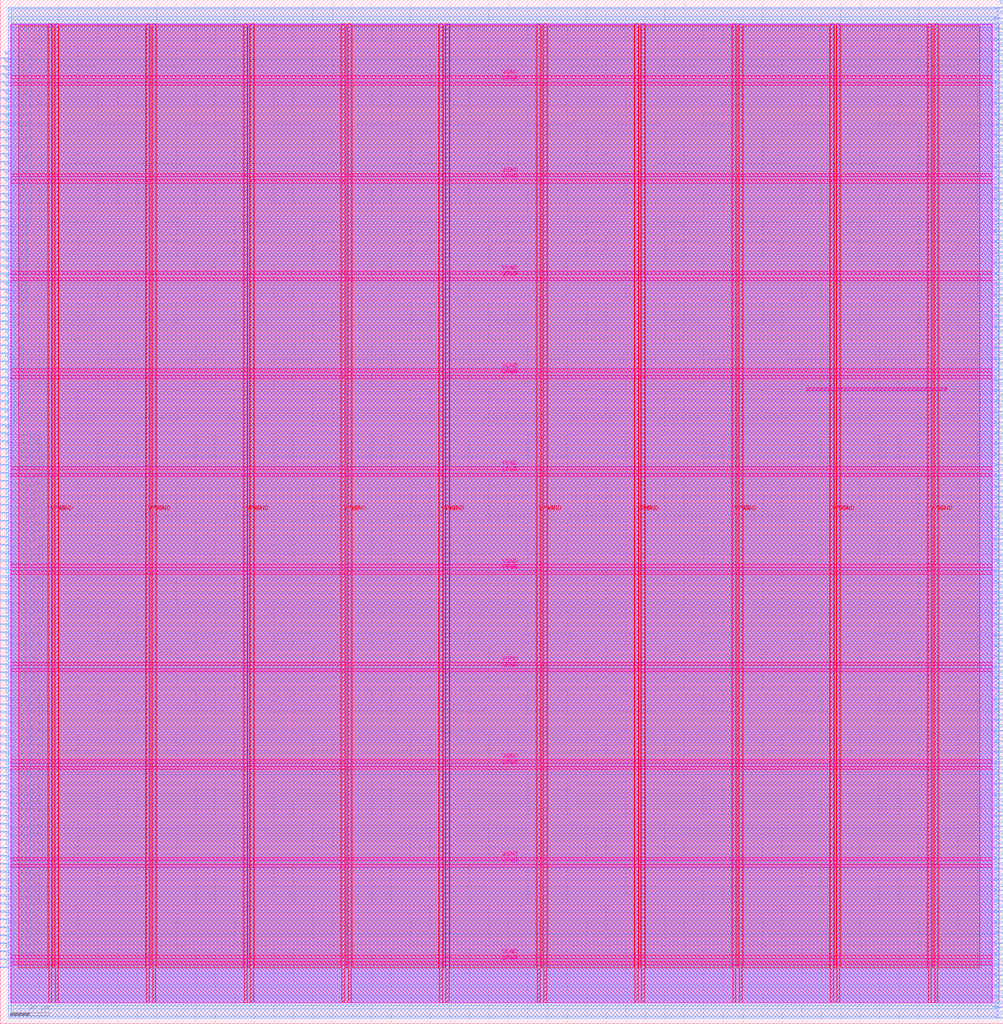
<source format=lef>
VERSION 5.7 ;
  NOWIREEXTENSIONATPIN ON ;
  DIVIDERCHAR "/" ;
  BUSBITCHARS "[]" ;
MACRO TopModule
  CLASS BLOCK ;
  FOREIGN TopModule ;
  ORIGIN 0.000 0.000 ;
  SIZE 513.145 BY 523.865 ;
  PIN A1[0]
    DIRECTION INPUT ;
    USE SIGNAL ;
    ANTENNAGATEAREA 2.020500 ;
    ANTENNADIFFAREA 1.738800 ;
    PORT
      LAYER met3 ;
        RECT 0.000 306.040 4.000 306.640 ;
    END
  END A1[0]
  PIN A1[1]
    DIRECTION INPUT ;
    USE SIGNAL ;
    ANTENNAGATEAREA 1.203000 ;
    ANTENNADIFFAREA 1.738800 ;
    PORT
      LAYER met3 ;
        RECT 0.000 310.120 4.000 310.720 ;
    END
  END A1[1]
  PIN A1[2]
    DIRECTION INPUT ;
    USE SIGNAL ;
    ANTENNAGATEAREA 0.426000 ;
    ANTENNADIFFAREA 0.434700 ;
    PORT
      LAYER met3 ;
        RECT 0.000 314.200 4.000 314.800 ;
    END
  END A1[2]
  PIN A1[3]
    DIRECTION INPUT ;
    USE SIGNAL ;
    ANTENNAGATEAREA 1.540500 ;
    ANTENNADIFFAREA 2.608200 ;
    PORT
      LAYER met3 ;
        RECT 0.000 318.280 4.000 318.880 ;
    END
  END A1[3]
  PIN A1[4]
    DIRECTION INPUT ;
    USE SIGNAL ;
    ANTENNAGATEAREA 0.247500 ;
    ANTENNADIFFAREA 0.434700 ;
    PORT
      LAYER met3 ;
        RECT 0.000 322.360 4.000 322.960 ;
    END
  END A1[4]
  PIN A2[0]
    DIRECTION INPUT ;
    USE SIGNAL ;
    ANTENNAGATEAREA 1.629000 ;
    ANTENNADIFFAREA 1.738800 ;
    PORT
      LAYER met3 ;
        RECT 0.000 326.440 4.000 327.040 ;
    END
  END A2[0]
  PIN A2[1]
    DIRECTION INPUT ;
    USE SIGNAL ;
    ANTENNAGATEAREA 1.347000 ;
    ANTENNADIFFAREA 1.738800 ;
    PORT
      LAYER met3 ;
        RECT 0.000 330.520 4.000 331.120 ;
    END
  END A2[1]
  PIN A2[2]
    DIRECTION INPUT ;
    USE SIGNAL ;
    ANTENNAGATEAREA 0.247500 ;
    ANTENNADIFFAREA 0.434700 ;
    PORT
      LAYER met3 ;
        RECT 0.000 334.600 4.000 335.200 ;
    END
  END A2[2]
  PIN A2[3]
    DIRECTION INPUT ;
    USE SIGNAL ;
    ANTENNAGATEAREA 1.327500 ;
    ANTENNADIFFAREA 2.608200 ;
    PORT
      LAYER met3 ;
        RECT 0.000 338.680 4.000 339.280 ;
    END
  END A2[3]
  PIN A2[4]
    DIRECTION INPUT ;
    USE SIGNAL ;
    ANTENNAGATEAREA 0.247500 ;
    ANTENNADIFFAREA 0.434700 ;
    PORT
      LAYER met3 ;
        RECT 0.000 342.760 4.000 343.360 ;
    END
  END A2[4]
  PIN A3[0]
    DIRECTION INPUT ;
    USE SIGNAL ;
    ANTENNAGATEAREA 0.213000 ;
    ANTENNADIFFAREA 0.434700 ;
    PORT
      LAYER met3 ;
        RECT 0.000 346.840 4.000 347.440 ;
    END
  END A3[0]
  PIN A3[1]
    DIRECTION INPUT ;
    USE SIGNAL ;
    ANTENNAGATEAREA 0.247500 ;
    ANTENNADIFFAREA 0.434700 ;
    PORT
      LAYER met3 ;
        RECT 0.000 350.920 4.000 351.520 ;
    END
  END A3[1]
  PIN A3[2]
    DIRECTION INPUT ;
    USE SIGNAL ;
    ANTENNAGATEAREA 0.213000 ;
    ANTENNADIFFAREA 0.434700 ;
    PORT
      LAYER met3 ;
        RECT 0.000 355.000 4.000 355.600 ;
    END
  END A3[2]
  PIN A3[3]
    DIRECTION INPUT ;
    USE SIGNAL ;
    ANTENNAGATEAREA 0.213000 ;
    ANTENNADIFFAREA 0.434700 ;
    PORT
      LAYER met3 ;
        RECT 0.000 359.080 4.000 359.680 ;
    END
  END A3[3]
  PIN A3[4]
    DIRECTION INPUT ;
    USE SIGNAL ;
    ANTENNAGATEAREA 0.213000 ;
    ANTENNADIFFAREA 0.434700 ;
    PORT
      LAYER met3 ;
        RECT 0.000 363.160 4.000 363.760 ;
    END
  END A3[4]
  PIN RD1[0]
    DIRECTION OUTPUT ;
    USE SIGNAL ;
    ANTENNADIFFAREA 0.445500 ;
    PORT
      LAYER met3 ;
        RECT 509.145 176.840 513.145 177.440 ;
    END
  END RD1[0]
  PIN RD1[10]
    DIRECTION OUTPUT ;
    USE SIGNAL ;
    ANTENNADIFFAREA 0.445500 ;
    PORT
      LAYER met3 ;
        RECT 509.145 231.240 513.145 231.840 ;
    END
  END RD1[10]
  PIN RD1[11]
    DIRECTION OUTPUT ;
    USE SIGNAL ;
    ANTENNADIFFAREA 0.445500 ;
    PORT
      LAYER met3 ;
        RECT 509.145 236.680 513.145 237.280 ;
    END
  END RD1[11]
  PIN RD1[12]
    DIRECTION OUTPUT ;
    USE SIGNAL ;
    ANTENNADIFFAREA 0.445500 ;
    PORT
      LAYER met3 ;
        RECT 509.145 242.120 513.145 242.720 ;
    END
  END RD1[12]
  PIN RD1[13]
    DIRECTION OUTPUT ;
    USE SIGNAL ;
    ANTENNADIFFAREA 0.445500 ;
    PORT
      LAYER met3 ;
        RECT 509.145 247.560 513.145 248.160 ;
    END
  END RD1[13]
  PIN RD1[14]
    DIRECTION OUTPUT ;
    USE SIGNAL ;
    ANTENNADIFFAREA 0.445500 ;
    PORT
      LAYER met3 ;
        RECT 509.145 253.000 513.145 253.600 ;
    END
  END RD1[14]
  PIN RD1[15]
    DIRECTION OUTPUT ;
    USE SIGNAL ;
    ANTENNADIFFAREA 0.445500 ;
    PORT
      LAYER met3 ;
        RECT 509.145 258.440 513.145 259.040 ;
    END
  END RD1[15]
  PIN RD1[16]
    DIRECTION OUTPUT ;
    USE SIGNAL ;
    ANTENNADIFFAREA 0.445500 ;
    PORT
      LAYER met3 ;
        RECT 509.145 263.880 513.145 264.480 ;
    END
  END RD1[16]
  PIN RD1[17]
    DIRECTION OUTPUT ;
    USE SIGNAL ;
    ANTENNADIFFAREA 0.445500 ;
    PORT
      LAYER met3 ;
        RECT 509.145 269.320 513.145 269.920 ;
    END
  END RD1[17]
  PIN RD1[18]
    DIRECTION OUTPUT ;
    USE SIGNAL ;
    ANTENNADIFFAREA 0.445500 ;
    PORT
      LAYER met3 ;
        RECT 509.145 274.760 513.145 275.360 ;
    END
  END RD1[18]
  PIN RD1[19]
    DIRECTION OUTPUT ;
    USE SIGNAL ;
    ANTENNADIFFAREA 0.445500 ;
    PORT
      LAYER met3 ;
        RECT 509.145 280.200 513.145 280.800 ;
    END
  END RD1[19]
  PIN RD1[1]
    DIRECTION OUTPUT ;
    USE SIGNAL ;
    ANTENNADIFFAREA 0.445500 ;
    PORT
      LAYER met3 ;
        RECT 509.145 182.280 513.145 182.880 ;
    END
  END RD1[1]
  PIN RD1[20]
    DIRECTION OUTPUT ;
    USE SIGNAL ;
    ANTENNADIFFAREA 0.445500 ;
    PORT
      LAYER met3 ;
        RECT 509.145 285.640 513.145 286.240 ;
    END
  END RD1[20]
  PIN RD1[21]
    DIRECTION OUTPUT ;
    USE SIGNAL ;
    ANTENNADIFFAREA 0.445500 ;
    PORT
      LAYER met3 ;
        RECT 509.145 291.080 513.145 291.680 ;
    END
  END RD1[21]
  PIN RD1[22]
    DIRECTION OUTPUT ;
    USE SIGNAL ;
    ANTENNADIFFAREA 0.445500 ;
    PORT
      LAYER met3 ;
        RECT 509.145 296.520 513.145 297.120 ;
    END
  END RD1[22]
  PIN RD1[23]
    DIRECTION OUTPUT ;
    USE SIGNAL ;
    ANTENNADIFFAREA 0.445500 ;
    PORT
      LAYER met3 ;
        RECT 509.145 301.960 513.145 302.560 ;
    END
  END RD1[23]
  PIN RD1[24]
    DIRECTION OUTPUT ;
    USE SIGNAL ;
    ANTENNADIFFAREA 0.445500 ;
    PORT
      LAYER met3 ;
        RECT 509.145 307.400 513.145 308.000 ;
    END
  END RD1[24]
  PIN RD1[25]
    DIRECTION OUTPUT ;
    USE SIGNAL ;
    ANTENNADIFFAREA 0.445500 ;
    PORT
      LAYER met3 ;
        RECT 509.145 312.840 513.145 313.440 ;
    END
  END RD1[25]
  PIN RD1[26]
    DIRECTION OUTPUT ;
    USE SIGNAL ;
    ANTENNADIFFAREA 0.445500 ;
    PORT
      LAYER met3 ;
        RECT 509.145 318.280 513.145 318.880 ;
    END
  END RD1[26]
  PIN RD1[27]
    DIRECTION OUTPUT ;
    USE SIGNAL ;
    ANTENNADIFFAREA 0.445500 ;
    PORT
      LAYER met3 ;
        RECT 509.145 323.720 513.145 324.320 ;
    END
  END RD1[27]
  PIN RD1[28]
    DIRECTION OUTPUT ;
    USE SIGNAL ;
    ANTENNADIFFAREA 0.445500 ;
    PORT
      LAYER met3 ;
        RECT 509.145 329.160 513.145 329.760 ;
    END
  END RD1[28]
  PIN RD1[29]
    DIRECTION OUTPUT ;
    USE SIGNAL ;
    ANTENNADIFFAREA 0.445500 ;
    PORT
      LAYER met3 ;
        RECT 509.145 334.600 513.145 335.200 ;
    END
  END RD1[29]
  PIN RD1[2]
    DIRECTION OUTPUT ;
    USE SIGNAL ;
    ANTENNADIFFAREA 0.445500 ;
    PORT
      LAYER met3 ;
        RECT 509.145 187.720 513.145 188.320 ;
    END
  END RD1[2]
  PIN RD1[30]
    DIRECTION OUTPUT ;
    USE SIGNAL ;
    ANTENNADIFFAREA 0.445500 ;
    PORT
      LAYER met3 ;
        RECT 509.145 340.040 513.145 340.640 ;
    END
  END RD1[30]
  PIN RD1[31]
    DIRECTION OUTPUT ;
    USE SIGNAL ;
    ANTENNADIFFAREA 0.445500 ;
    PORT
      LAYER met3 ;
        RECT 509.145 345.480 513.145 346.080 ;
    END
  END RD1[31]
  PIN RD1[3]
    DIRECTION OUTPUT ;
    USE SIGNAL ;
    ANTENNADIFFAREA 0.445500 ;
    PORT
      LAYER met3 ;
        RECT 509.145 193.160 513.145 193.760 ;
    END
  END RD1[3]
  PIN RD1[4]
    DIRECTION OUTPUT ;
    USE SIGNAL ;
    ANTENNADIFFAREA 0.445500 ;
    PORT
      LAYER met3 ;
        RECT 509.145 198.600 513.145 199.200 ;
    END
  END RD1[4]
  PIN RD1[5]
    DIRECTION OUTPUT ;
    USE SIGNAL ;
    ANTENNADIFFAREA 0.445500 ;
    PORT
      LAYER met3 ;
        RECT 509.145 204.040 513.145 204.640 ;
    END
  END RD1[5]
  PIN RD1[6]
    DIRECTION OUTPUT ;
    USE SIGNAL ;
    ANTENNADIFFAREA 0.445500 ;
    PORT
      LAYER met3 ;
        RECT 509.145 209.480 513.145 210.080 ;
    END
  END RD1[6]
  PIN RD1[7]
    DIRECTION OUTPUT ;
    USE SIGNAL ;
    ANTENNADIFFAREA 0.445500 ;
    PORT
      LAYER met3 ;
        RECT 509.145 214.920 513.145 215.520 ;
    END
  END RD1[7]
  PIN RD1[8]
    DIRECTION OUTPUT ;
    USE SIGNAL ;
    ANTENNADIFFAREA 0.445500 ;
    PORT
      LAYER met3 ;
        RECT 509.145 220.360 513.145 220.960 ;
    END
  END RD1[8]
  PIN RD1[9]
    DIRECTION OUTPUT ;
    USE SIGNAL ;
    ANTENNADIFFAREA 0.445500 ;
    PORT
      LAYER met3 ;
        RECT 509.145 225.800 513.145 226.400 ;
    END
  END RD1[9]
  PIN RD2[0]
    DIRECTION OUTPUT ;
    USE SIGNAL ;
    ANTENNADIFFAREA 0.445500 ;
    PORT
      LAYER met3 ;
        RECT 509.145 350.920 513.145 351.520 ;
    END
  END RD2[0]
  PIN RD2[10]
    DIRECTION OUTPUT ;
    USE SIGNAL ;
    ANTENNADIFFAREA 0.445500 ;
    PORT
      LAYER met3 ;
        RECT 509.145 405.320 513.145 405.920 ;
    END
  END RD2[10]
  PIN RD2[11]
    DIRECTION OUTPUT ;
    USE SIGNAL ;
    ANTENNADIFFAREA 0.445500 ;
    PORT
      LAYER met3 ;
        RECT 509.145 410.760 513.145 411.360 ;
    END
  END RD2[11]
  PIN RD2[12]
    DIRECTION OUTPUT ;
    USE SIGNAL ;
    ANTENNADIFFAREA 0.445500 ;
    PORT
      LAYER met3 ;
        RECT 509.145 416.200 513.145 416.800 ;
    END
  END RD2[12]
  PIN RD2[13]
    DIRECTION OUTPUT ;
    USE SIGNAL ;
    ANTENNADIFFAREA 0.445500 ;
    PORT
      LAYER met3 ;
        RECT 509.145 421.640 513.145 422.240 ;
    END
  END RD2[13]
  PIN RD2[14]
    DIRECTION OUTPUT ;
    USE SIGNAL ;
    ANTENNADIFFAREA 0.445500 ;
    PORT
      LAYER met3 ;
        RECT 509.145 427.080 513.145 427.680 ;
    END
  END RD2[14]
  PIN RD2[15]
    DIRECTION OUTPUT ;
    USE SIGNAL ;
    ANTENNADIFFAREA 0.445500 ;
    PORT
      LAYER met3 ;
        RECT 509.145 432.520 513.145 433.120 ;
    END
  END RD2[15]
  PIN RD2[16]
    DIRECTION OUTPUT ;
    USE SIGNAL ;
    ANTENNADIFFAREA 0.445500 ;
    PORT
      LAYER met3 ;
        RECT 509.145 437.960 513.145 438.560 ;
    END
  END RD2[16]
  PIN RD2[17]
    DIRECTION OUTPUT ;
    USE SIGNAL ;
    ANTENNADIFFAREA 0.445500 ;
    PORT
      LAYER met3 ;
        RECT 509.145 443.400 513.145 444.000 ;
    END
  END RD2[17]
  PIN RD2[18]
    DIRECTION OUTPUT ;
    USE SIGNAL ;
    ANTENNADIFFAREA 0.445500 ;
    PORT
      LAYER met3 ;
        RECT 509.145 448.840 513.145 449.440 ;
    END
  END RD2[18]
  PIN RD2[19]
    DIRECTION OUTPUT ;
    USE SIGNAL ;
    ANTENNADIFFAREA 0.445500 ;
    PORT
      LAYER met3 ;
        RECT 509.145 454.280 513.145 454.880 ;
    END
  END RD2[19]
  PIN RD2[1]
    DIRECTION OUTPUT ;
    USE SIGNAL ;
    ANTENNADIFFAREA 0.445500 ;
    PORT
      LAYER met3 ;
        RECT 509.145 356.360 513.145 356.960 ;
    END
  END RD2[1]
  PIN RD2[20]
    DIRECTION OUTPUT ;
    USE SIGNAL ;
    ANTENNADIFFAREA 0.445500 ;
    PORT
      LAYER met3 ;
        RECT 509.145 459.720 513.145 460.320 ;
    END
  END RD2[20]
  PIN RD2[21]
    DIRECTION OUTPUT ;
    USE SIGNAL ;
    ANTENNADIFFAREA 0.445500 ;
    PORT
      LAYER met3 ;
        RECT 509.145 465.160 513.145 465.760 ;
    END
  END RD2[21]
  PIN RD2[22]
    DIRECTION OUTPUT ;
    USE SIGNAL ;
    ANTENNADIFFAREA 0.445500 ;
    PORT
      LAYER met3 ;
        RECT 509.145 470.600 513.145 471.200 ;
    END
  END RD2[22]
  PIN RD2[23]
    DIRECTION OUTPUT ;
    USE SIGNAL ;
    ANTENNADIFFAREA 0.445500 ;
    PORT
      LAYER met3 ;
        RECT 509.145 476.040 513.145 476.640 ;
    END
  END RD2[23]
  PIN RD2[24]
    DIRECTION OUTPUT ;
    USE SIGNAL ;
    ANTENNADIFFAREA 0.445500 ;
    PORT
      LAYER met3 ;
        RECT 509.145 481.480 513.145 482.080 ;
    END
  END RD2[24]
  PIN RD2[25]
    DIRECTION OUTPUT ;
    USE SIGNAL ;
    ANTENNADIFFAREA 0.445500 ;
    PORT
      LAYER met3 ;
        RECT 509.145 486.920 513.145 487.520 ;
    END
  END RD2[25]
  PIN RD2[26]
    DIRECTION OUTPUT ;
    USE SIGNAL ;
    ANTENNADIFFAREA 0.445500 ;
    PORT
      LAYER met3 ;
        RECT 509.145 492.360 513.145 492.960 ;
    END
  END RD2[26]
  PIN RD2[27]
    DIRECTION OUTPUT ;
    USE SIGNAL ;
    ANTENNADIFFAREA 0.445500 ;
    PORT
      LAYER met3 ;
        RECT 509.145 497.800 513.145 498.400 ;
    END
  END RD2[27]
  PIN RD2[28]
    DIRECTION OUTPUT ;
    USE SIGNAL ;
    ANTENNADIFFAREA 0.445500 ;
    PORT
      LAYER met3 ;
        RECT 509.145 503.240 513.145 503.840 ;
    END
  END RD2[28]
  PIN RD2[29]
    DIRECTION OUTPUT ;
    USE SIGNAL ;
    ANTENNADIFFAREA 0.445500 ;
    PORT
      LAYER met3 ;
        RECT 509.145 508.680 513.145 509.280 ;
    END
  END RD2[29]
  PIN RD2[2]
    DIRECTION OUTPUT ;
    USE SIGNAL ;
    ANTENNADIFFAREA 0.445500 ;
    PORT
      LAYER met3 ;
        RECT 509.145 361.800 513.145 362.400 ;
    END
  END RD2[2]
  PIN RD2[30]
    DIRECTION OUTPUT ;
    USE SIGNAL ;
    ANTENNADIFFAREA 0.445500 ;
    PORT
      LAYER met3 ;
        RECT 509.145 514.120 513.145 514.720 ;
    END
  END RD2[30]
  PIN RD2[31]
    DIRECTION OUTPUT ;
    USE SIGNAL ;
    ANTENNADIFFAREA 0.795200 ;
    PORT
      LAYER met3 ;
        RECT 509.145 519.560 513.145 520.160 ;
    END
  END RD2[31]
  PIN RD2[3]
    DIRECTION OUTPUT ;
    USE SIGNAL ;
    ANTENNADIFFAREA 0.445500 ;
    PORT
      LAYER met3 ;
        RECT 509.145 367.240 513.145 367.840 ;
    END
  END RD2[3]
  PIN RD2[4]
    DIRECTION OUTPUT ;
    USE SIGNAL ;
    ANTENNADIFFAREA 0.445500 ;
    PORT
      LAYER met3 ;
        RECT 509.145 372.680 513.145 373.280 ;
    END
  END RD2[4]
  PIN RD2[5]
    DIRECTION OUTPUT ;
    USE SIGNAL ;
    ANTENNADIFFAREA 0.445500 ;
    PORT
      LAYER met3 ;
        RECT 509.145 378.120 513.145 378.720 ;
    END
  END RD2[5]
  PIN RD2[6]
    DIRECTION OUTPUT ;
    USE SIGNAL ;
    ANTENNADIFFAREA 0.445500 ;
    PORT
      LAYER met3 ;
        RECT 509.145 383.560 513.145 384.160 ;
    END
  END RD2[6]
  PIN RD2[7]
    DIRECTION OUTPUT ;
    USE SIGNAL ;
    ANTENNADIFFAREA 0.445500 ;
    PORT
      LAYER met3 ;
        RECT 509.145 389.000 513.145 389.600 ;
    END
  END RD2[7]
  PIN RD2[8]
    DIRECTION OUTPUT ;
    USE SIGNAL ;
    ANTENNADIFFAREA 0.445500 ;
    PORT
      LAYER met3 ;
        RECT 509.145 394.440 513.145 395.040 ;
    END
  END RD2[8]
  PIN RD2[9]
    DIRECTION OUTPUT ;
    USE SIGNAL ;
    ANTENNADIFFAREA 0.445500 ;
    PORT
      LAYER met3 ;
        RECT 509.145 399.880 513.145 400.480 ;
    END
  END RD2[9]
  PIN VGND
    DIRECTION INOUT ;
    USE GROUND ;
    PORT
      LAYER met4 ;
        RECT 28.020 10.640 29.620 511.600 ;
    END
    PORT
      LAYER met4 ;
        RECT 78.020 10.640 79.620 511.600 ;
    END
    PORT
      LAYER met4 ;
        RECT 128.020 10.640 129.620 511.600 ;
    END
    PORT
      LAYER met4 ;
        RECT 178.020 10.640 179.620 511.600 ;
    END
    PORT
      LAYER met4 ;
        RECT 228.020 10.640 229.620 511.600 ;
    END
    PORT
      LAYER met4 ;
        RECT 278.020 10.640 279.620 511.600 ;
    END
    PORT
      LAYER met4 ;
        RECT 328.020 10.640 329.620 511.600 ;
    END
    PORT
      LAYER met4 ;
        RECT 378.020 10.640 379.620 511.600 ;
    END
    PORT
      LAYER met4 ;
        RECT 428.020 10.640 429.620 511.600 ;
    END
    PORT
      LAYER met4 ;
        RECT 478.020 10.640 479.620 511.600 ;
    END
    PORT
      LAYER met5 ;
        RECT 5.280 33.380 507.620 34.980 ;
    END
    PORT
      LAYER met5 ;
        RECT 5.280 83.380 507.620 84.980 ;
    END
    PORT
      LAYER met5 ;
        RECT 5.280 133.380 507.620 134.980 ;
    END
    PORT
      LAYER met5 ;
        RECT 5.280 183.380 507.620 184.980 ;
    END
    PORT
      LAYER met5 ;
        RECT 5.280 233.380 507.620 234.980 ;
    END
    PORT
      LAYER met5 ;
        RECT 5.280 283.380 507.620 284.980 ;
    END
    PORT
      LAYER met5 ;
        RECT 5.280 333.380 507.620 334.980 ;
    END
    PORT
      LAYER met5 ;
        RECT 5.280 383.380 507.620 384.980 ;
    END
    PORT
      LAYER met5 ;
        RECT 5.280 433.380 507.620 434.980 ;
    END
    PORT
      LAYER met5 ;
        RECT 5.280 483.380 507.620 484.980 ;
    END
  END VGND
  PIN VPWR
    DIRECTION INOUT ;
    USE POWER ;
    PORT
      LAYER met4 ;
        RECT 24.720 10.640 26.320 511.600 ;
    END
    PORT
      LAYER met4 ;
        RECT 74.720 10.640 76.320 511.600 ;
    END
    PORT
      LAYER met4 ;
        RECT 124.720 10.640 126.320 511.600 ;
    END
    PORT
      LAYER met4 ;
        RECT 174.720 10.640 176.320 511.600 ;
    END
    PORT
      LAYER met4 ;
        RECT 224.720 10.640 226.320 511.600 ;
    END
    PORT
      LAYER met4 ;
        RECT 274.720 10.640 276.320 511.600 ;
    END
    PORT
      LAYER met4 ;
        RECT 324.720 10.640 326.320 511.600 ;
    END
    PORT
      LAYER met4 ;
        RECT 374.720 10.640 376.320 511.600 ;
    END
    PORT
      LAYER met4 ;
        RECT 424.720 10.640 426.320 511.600 ;
    END
    PORT
      LAYER met4 ;
        RECT 474.720 10.640 476.320 511.600 ;
    END
    PORT
      LAYER met5 ;
        RECT 5.280 30.080 507.620 31.680 ;
    END
    PORT
      LAYER met5 ;
        RECT 5.280 80.080 507.620 81.680 ;
    END
    PORT
      LAYER met5 ;
        RECT 5.280 130.080 507.620 131.680 ;
    END
    PORT
      LAYER met5 ;
        RECT 5.280 180.080 507.620 181.680 ;
    END
    PORT
      LAYER met5 ;
        RECT 5.280 230.080 507.620 231.680 ;
    END
    PORT
      LAYER met5 ;
        RECT 5.280 280.080 507.620 281.680 ;
    END
    PORT
      LAYER met5 ;
        RECT 5.280 330.080 507.620 331.680 ;
    END
    PORT
      LAYER met5 ;
        RECT 5.280 380.080 507.620 381.680 ;
    END
    PORT
      LAYER met5 ;
        RECT 5.280 430.080 507.620 431.680 ;
    END
    PORT
      LAYER met5 ;
        RECT 5.280 480.080 507.620 481.680 ;
    END
  END VPWR
  PIN WD3[0]
    DIRECTION INPUT ;
    USE SIGNAL ;
    ANTENNAGATEAREA 0.213000 ;
    ANTENNADIFFAREA 0.434700 ;
    PORT
      LAYER met3 ;
        RECT 0.000 367.240 4.000 367.840 ;
    END
  END WD3[0]
  PIN WD3[10]
    DIRECTION INPUT ;
    USE SIGNAL ;
    ANTENNAGATEAREA 0.213000 ;
    ANTENNADIFFAREA 0.434700 ;
    PORT
      LAYER met3 ;
        RECT 0.000 408.040 4.000 408.640 ;
    END
  END WD3[10]
  PIN WD3[11]
    DIRECTION INPUT ;
    USE SIGNAL ;
    ANTENNAGATEAREA 0.213000 ;
    ANTENNADIFFAREA 0.434700 ;
    PORT
      LAYER met3 ;
        RECT 0.000 412.120 4.000 412.720 ;
    END
  END WD3[11]
  PIN WD3[12]
    DIRECTION INPUT ;
    USE SIGNAL ;
    ANTENNAGATEAREA 0.213000 ;
    ANTENNADIFFAREA 0.434700 ;
    PORT
      LAYER met3 ;
        RECT 0.000 416.200 4.000 416.800 ;
    END
  END WD3[12]
  PIN WD3[13]
    DIRECTION INPUT ;
    USE SIGNAL ;
    ANTENNAGATEAREA 0.213000 ;
    ANTENNADIFFAREA 0.434700 ;
    PORT
      LAYER met3 ;
        RECT 0.000 420.280 4.000 420.880 ;
    END
  END WD3[13]
  PIN WD3[14]
    DIRECTION INPUT ;
    USE SIGNAL ;
    ANTENNAGATEAREA 0.213000 ;
    ANTENNADIFFAREA 0.434700 ;
    PORT
      LAYER met3 ;
        RECT 0.000 424.360 4.000 424.960 ;
    END
  END WD3[14]
  PIN WD3[15]
    DIRECTION INPUT ;
    USE SIGNAL ;
    ANTENNAGATEAREA 0.213000 ;
    ANTENNADIFFAREA 0.434700 ;
    PORT
      LAYER met3 ;
        RECT 0.000 428.440 4.000 429.040 ;
    END
  END WD3[15]
  PIN WD3[16]
    DIRECTION INPUT ;
    USE SIGNAL ;
    ANTENNAGATEAREA 0.213000 ;
    ANTENNADIFFAREA 0.434700 ;
    PORT
      LAYER met3 ;
        RECT 0.000 432.520 4.000 433.120 ;
    END
  END WD3[16]
  PIN WD3[17]
    DIRECTION INPUT ;
    USE SIGNAL ;
    ANTENNAGATEAREA 0.213000 ;
    ANTENNADIFFAREA 0.434700 ;
    PORT
      LAYER met3 ;
        RECT 0.000 436.600 4.000 437.200 ;
    END
  END WD3[17]
  PIN WD3[18]
    DIRECTION INPUT ;
    USE SIGNAL ;
    ANTENNAGATEAREA 0.213000 ;
    ANTENNADIFFAREA 0.434700 ;
    PORT
      LAYER met3 ;
        RECT 0.000 440.680 4.000 441.280 ;
    END
  END WD3[18]
  PIN WD3[19]
    DIRECTION INPUT ;
    USE SIGNAL ;
    ANTENNAGATEAREA 0.213000 ;
    ANTENNADIFFAREA 0.434700 ;
    PORT
      LAYER met3 ;
        RECT 0.000 444.760 4.000 445.360 ;
    END
  END WD3[19]
  PIN WD3[1]
    DIRECTION INPUT ;
    USE SIGNAL ;
    ANTENNAGATEAREA 0.213000 ;
    ANTENNADIFFAREA 0.434700 ;
    PORT
      LAYER met3 ;
        RECT 0.000 371.320 4.000 371.920 ;
    END
  END WD3[1]
  PIN WD3[20]
    DIRECTION INPUT ;
    USE SIGNAL ;
    ANTENNAGATEAREA 0.213000 ;
    ANTENNADIFFAREA 0.434700 ;
    PORT
      LAYER met3 ;
        RECT 0.000 448.840 4.000 449.440 ;
    END
  END WD3[20]
  PIN WD3[21]
    DIRECTION INPUT ;
    USE SIGNAL ;
    ANTENNAGATEAREA 0.213000 ;
    ANTENNADIFFAREA 0.434700 ;
    PORT
      LAYER met3 ;
        RECT 0.000 452.920 4.000 453.520 ;
    END
  END WD3[21]
  PIN WD3[22]
    DIRECTION INPUT ;
    USE SIGNAL ;
    ANTENNAGATEAREA 0.159000 ;
    ANTENNADIFFAREA 0.434700 ;
    PORT
      LAYER met3 ;
        RECT 0.000 457.000 4.000 457.600 ;
    END
  END WD3[22]
  PIN WD3[23]
    DIRECTION INPUT ;
    USE SIGNAL ;
    ANTENNAGATEAREA 0.213000 ;
    ANTENNADIFFAREA 0.434700 ;
    PORT
      LAYER met3 ;
        RECT 0.000 461.080 4.000 461.680 ;
    END
  END WD3[23]
  PIN WD3[24]
    DIRECTION INPUT ;
    USE SIGNAL ;
    ANTENNAGATEAREA 0.213000 ;
    ANTENNADIFFAREA 0.434700 ;
    PORT
      LAYER met3 ;
        RECT 0.000 465.160 4.000 465.760 ;
    END
  END WD3[24]
  PIN WD3[25]
    DIRECTION INPUT ;
    USE SIGNAL ;
    ANTENNAGATEAREA 0.213000 ;
    ANTENNADIFFAREA 0.434700 ;
    PORT
      LAYER met3 ;
        RECT 0.000 469.240 4.000 469.840 ;
    END
  END WD3[25]
  PIN WD3[26]
    DIRECTION INPUT ;
    USE SIGNAL ;
    ANTENNAGATEAREA 0.213000 ;
    ANTENNADIFFAREA 0.434700 ;
    PORT
      LAYER met3 ;
        RECT 0.000 473.320 4.000 473.920 ;
    END
  END WD3[26]
  PIN WD3[27]
    DIRECTION INPUT ;
    USE SIGNAL ;
    ANTENNAGATEAREA 0.213000 ;
    ANTENNADIFFAREA 0.434700 ;
    PORT
      LAYER met3 ;
        RECT 0.000 477.400 4.000 478.000 ;
    END
  END WD3[27]
  PIN WD3[28]
    DIRECTION INPUT ;
    USE SIGNAL ;
    ANTENNAGATEAREA 0.213000 ;
    ANTENNADIFFAREA 0.434700 ;
    PORT
      LAYER met3 ;
        RECT 0.000 481.480 4.000 482.080 ;
    END
  END WD3[28]
  PIN WD3[29]
    DIRECTION INPUT ;
    USE SIGNAL ;
    ANTENNAGATEAREA 0.213000 ;
    ANTENNADIFFAREA 0.434700 ;
    PORT
      LAYER met3 ;
        RECT 0.000 485.560 4.000 486.160 ;
    END
  END WD3[29]
  PIN WD3[2]
    DIRECTION INPUT ;
    USE SIGNAL ;
    ANTENNAGATEAREA 0.213000 ;
    ANTENNADIFFAREA 0.434700 ;
    PORT
      LAYER met3 ;
        RECT 0.000 375.400 4.000 376.000 ;
    END
  END WD3[2]
  PIN WD3[30]
    DIRECTION INPUT ;
    USE SIGNAL ;
    ANTENNAGATEAREA 0.247500 ;
    ANTENNADIFFAREA 0.434700 ;
    PORT
      LAYER met3 ;
        RECT 0.000 489.640 4.000 490.240 ;
    END
  END WD3[30]
  PIN WD3[31]
    DIRECTION INPUT ;
    USE SIGNAL ;
    ANTENNAGATEAREA 0.247500 ;
    ANTENNADIFFAREA 0.434700 ;
    PORT
      LAYER met3 ;
        RECT 0.000 493.720 4.000 494.320 ;
    END
  END WD3[31]
  PIN WD3[3]
    DIRECTION INPUT ;
    USE SIGNAL ;
    ANTENNAGATEAREA 0.247500 ;
    ANTENNADIFFAREA 0.434700 ;
    PORT
      LAYER met3 ;
        RECT 0.000 379.480 4.000 380.080 ;
    END
  END WD3[3]
  PIN WD3[4]
    DIRECTION INPUT ;
    USE SIGNAL ;
    ANTENNAGATEAREA 0.213000 ;
    ANTENNADIFFAREA 0.434700 ;
    PORT
      LAYER met3 ;
        RECT 0.000 383.560 4.000 384.160 ;
    END
  END WD3[4]
  PIN WD3[5]
    DIRECTION INPUT ;
    USE SIGNAL ;
    ANTENNAGATEAREA 0.213000 ;
    ANTENNADIFFAREA 0.434700 ;
    PORT
      LAYER met3 ;
        RECT 0.000 387.640 4.000 388.240 ;
    END
  END WD3[5]
  PIN WD3[6]
    DIRECTION INPUT ;
    USE SIGNAL ;
    ANTENNAGATEAREA 0.247500 ;
    ANTENNADIFFAREA 0.434700 ;
    PORT
      LAYER met3 ;
        RECT 0.000 391.720 4.000 392.320 ;
    END
  END WD3[6]
  PIN WD3[7]
    DIRECTION INPUT ;
    USE SIGNAL ;
    ANTENNAGATEAREA 0.247500 ;
    ANTENNADIFFAREA 0.434700 ;
    PORT
      LAYER met3 ;
        RECT 0.000 395.800 4.000 396.400 ;
    END
  END WD3[7]
  PIN WD3[8]
    DIRECTION INPUT ;
    USE SIGNAL ;
    ANTENNAGATEAREA 0.213000 ;
    ANTENNADIFFAREA 0.434700 ;
    PORT
      LAYER met3 ;
        RECT 0.000 399.880 4.000 400.480 ;
    END
  END WD3[8]
  PIN WD3[9]
    DIRECTION INPUT ;
    USE SIGNAL ;
    ANTENNAGATEAREA 0.247500 ;
    ANTENNADIFFAREA 0.434700 ;
    PORT
      LAYER met3 ;
        RECT 0.000 403.960 4.000 404.560 ;
    END
  END WD3[9]
  PIN WE3
    DIRECTION INPUT ;
    USE SIGNAL ;
    ANTENNAGATEAREA 0.247500 ;
    ANTENNADIFFAREA 0.434700 ;
    PORT
      LAYER met3 ;
        RECT 0.000 301.960 4.000 302.560 ;
    END
  END WE3
  PIN clk
    DIRECTION INPUT ;
    USE SIGNAL ;
    ANTENNAGATEAREA 0.852000 ;
    ANTENNADIFFAREA 0.434700 ;
    PORT
      LAYER met3 ;
        RECT 0.000 28.600 4.000 29.200 ;
    END
  END clk
  PIN inputA[0]
    DIRECTION INPUT ;
    USE SIGNAL ;
    ANTENNAGATEAREA 0.196500 ;
    ANTENNADIFFAREA 0.434700 ;
    PORT
      LAYER met3 ;
        RECT 0.000 32.680 4.000 33.280 ;
    END
  END inputA[0]
  PIN inputA[10]
    DIRECTION INPUT ;
    USE SIGNAL ;
    ANTENNAGATEAREA 0.196500 ;
    ANTENNADIFFAREA 0.434700 ;
    PORT
      LAYER met3 ;
        RECT 0.000 73.480 4.000 74.080 ;
    END
  END inputA[10]
  PIN inputA[11]
    DIRECTION INPUT ;
    USE SIGNAL ;
    ANTENNAGATEAREA 0.196500 ;
    ANTENNADIFFAREA 0.434700 ;
    PORT
      LAYER met3 ;
        RECT 0.000 77.560 4.000 78.160 ;
    END
  END inputA[11]
  PIN inputA[12]
    DIRECTION INPUT ;
    USE SIGNAL ;
    ANTENNAGATEAREA 0.126000 ;
    ANTENNADIFFAREA 0.434700 ;
    PORT
      LAYER met3 ;
        RECT 0.000 81.640 4.000 82.240 ;
    END
  END inputA[12]
  PIN inputA[13]
    DIRECTION INPUT ;
    USE SIGNAL ;
    ANTENNAGATEAREA 0.126000 ;
    ANTENNADIFFAREA 0.434700 ;
    PORT
      LAYER met3 ;
        RECT 0.000 85.720 4.000 86.320 ;
    END
  END inputA[13]
  PIN inputA[14]
    DIRECTION INPUT ;
    USE SIGNAL ;
    ANTENNAGATEAREA 0.196500 ;
    ANTENNADIFFAREA 0.434700 ;
    PORT
      LAYER met3 ;
        RECT 0.000 89.800 4.000 90.400 ;
    END
  END inputA[14]
  PIN inputA[15]
    DIRECTION INPUT ;
    USE SIGNAL ;
    ANTENNAGATEAREA 0.196500 ;
    ANTENNADIFFAREA 0.434700 ;
    PORT
      LAYER met3 ;
        RECT 0.000 93.880 4.000 94.480 ;
    END
  END inputA[15]
  PIN inputA[16]
    DIRECTION INPUT ;
    USE SIGNAL ;
    ANTENNAGATEAREA 0.196500 ;
    ANTENNADIFFAREA 0.434700 ;
    PORT
      LAYER met3 ;
        RECT 0.000 97.960 4.000 98.560 ;
    END
  END inputA[16]
  PIN inputA[17]
    DIRECTION INPUT ;
    USE SIGNAL ;
    ANTENNAGATEAREA 0.196500 ;
    ANTENNADIFFAREA 0.434700 ;
    PORT
      LAYER met3 ;
        RECT 0.000 102.040 4.000 102.640 ;
    END
  END inputA[17]
  PIN inputA[18]
    DIRECTION INPUT ;
    USE SIGNAL ;
    ANTENNAGATEAREA 0.196500 ;
    ANTENNADIFFAREA 0.434700 ;
    PORT
      LAYER met3 ;
        RECT 0.000 106.120 4.000 106.720 ;
    END
  END inputA[18]
  PIN inputA[19]
    DIRECTION INPUT ;
    USE SIGNAL ;
    ANTENNAGATEAREA 0.213000 ;
    ANTENNADIFFAREA 0.434700 ;
    PORT
      LAYER met3 ;
        RECT 0.000 110.200 4.000 110.800 ;
    END
  END inputA[19]
  PIN inputA[1]
    DIRECTION INPUT ;
    USE SIGNAL ;
    ANTENNAGATEAREA 0.196500 ;
    ANTENNADIFFAREA 0.434700 ;
    PORT
      LAYER met3 ;
        RECT 0.000 36.760 4.000 37.360 ;
    END
  END inputA[1]
  PIN inputA[20]
    DIRECTION INPUT ;
    USE SIGNAL ;
    ANTENNAGATEAREA 0.126000 ;
    ANTENNADIFFAREA 0.434700 ;
    PORT
      LAYER met3 ;
        RECT 0.000 114.280 4.000 114.880 ;
    END
  END inputA[20]
  PIN inputA[21]
    DIRECTION INPUT ;
    USE SIGNAL ;
    ANTENNAGATEAREA 0.213000 ;
    ANTENNADIFFAREA 0.434700 ;
    PORT
      LAYER met3 ;
        RECT 0.000 118.360 4.000 118.960 ;
    END
  END inputA[21]
  PIN inputA[22]
    DIRECTION INPUT ;
    USE SIGNAL ;
    ANTENNAGATEAREA 0.196500 ;
    ANTENNADIFFAREA 0.434700 ;
    PORT
      LAYER met3 ;
        RECT 0.000 122.440 4.000 123.040 ;
    END
  END inputA[22]
  PIN inputA[23]
    DIRECTION INPUT ;
    USE SIGNAL ;
    ANTENNAGATEAREA 0.196500 ;
    ANTENNADIFFAREA 0.434700 ;
    PORT
      LAYER met3 ;
        RECT 0.000 126.520 4.000 127.120 ;
    END
  END inputA[23]
  PIN inputA[24]
    DIRECTION INPUT ;
    USE SIGNAL ;
    ANTENNAGATEAREA 0.196500 ;
    ANTENNADIFFAREA 0.434700 ;
    PORT
      LAYER met3 ;
        RECT 0.000 130.600 4.000 131.200 ;
    END
  END inputA[24]
  PIN inputA[25]
    DIRECTION INPUT ;
    USE SIGNAL ;
    ANTENNAGATEAREA 0.196500 ;
    ANTENNADIFFAREA 0.434700 ;
    PORT
      LAYER met3 ;
        RECT 0.000 134.680 4.000 135.280 ;
    END
  END inputA[25]
  PIN inputA[26]
    DIRECTION INPUT ;
    USE SIGNAL ;
    ANTENNAGATEAREA 0.213000 ;
    ANTENNADIFFAREA 0.434700 ;
    PORT
      LAYER met3 ;
        RECT 0.000 138.760 4.000 139.360 ;
    END
  END inputA[26]
  PIN inputA[27]
    DIRECTION INPUT ;
    USE SIGNAL ;
    ANTENNAGATEAREA 0.213000 ;
    ANTENNADIFFAREA 0.434700 ;
    PORT
      LAYER met3 ;
        RECT 0.000 142.840 4.000 143.440 ;
    END
  END inputA[27]
  PIN inputA[28]
    DIRECTION INPUT ;
    USE SIGNAL ;
    ANTENNAGATEAREA 0.196500 ;
    ANTENNADIFFAREA 0.434700 ;
    PORT
      LAYER met3 ;
        RECT 0.000 146.920 4.000 147.520 ;
    END
  END inputA[28]
  PIN inputA[29]
    DIRECTION INPUT ;
    USE SIGNAL ;
    ANTENNAGATEAREA 0.126000 ;
    ANTENNADIFFAREA 0.434700 ;
    PORT
      LAYER met3 ;
        RECT 0.000 151.000 4.000 151.600 ;
    END
  END inputA[29]
  PIN inputA[2]
    DIRECTION INPUT ;
    USE SIGNAL ;
    ANTENNAGATEAREA 0.196500 ;
    ANTENNADIFFAREA 0.434700 ;
    PORT
      LAYER met3 ;
        RECT 0.000 40.840 4.000 41.440 ;
    END
  END inputA[2]
  PIN inputA[30]
    DIRECTION INPUT ;
    USE SIGNAL ;
    ANTENNAGATEAREA 0.213000 ;
    ANTENNADIFFAREA 0.434700 ;
    PORT
      LAYER met3 ;
        RECT 0.000 155.080 4.000 155.680 ;
    END
  END inputA[30]
  PIN inputA[31]
    DIRECTION INPUT ;
    USE SIGNAL ;
    ANTENNAGATEAREA 0.196500 ;
    ANTENNADIFFAREA 0.434700 ;
    PORT
      LAYER met3 ;
        RECT 0.000 159.160 4.000 159.760 ;
    END
  END inputA[31]
  PIN inputA[3]
    DIRECTION INPUT ;
    USE SIGNAL ;
    ANTENNAGATEAREA 0.196500 ;
    ANTENNADIFFAREA 0.434700 ;
    PORT
      LAYER met3 ;
        RECT 0.000 44.920 4.000 45.520 ;
    END
  END inputA[3]
  PIN inputA[4]
    DIRECTION INPUT ;
    USE SIGNAL ;
    ANTENNAGATEAREA 0.126000 ;
    ANTENNADIFFAREA 0.434700 ;
    PORT
      LAYER met3 ;
        RECT 0.000 49.000 4.000 49.600 ;
    END
  END inputA[4]
  PIN inputA[5]
    DIRECTION INPUT ;
    USE SIGNAL ;
    ANTENNAGATEAREA 0.126000 ;
    ANTENNADIFFAREA 0.434700 ;
    PORT
      LAYER met3 ;
        RECT 0.000 53.080 4.000 53.680 ;
    END
  END inputA[5]
  PIN inputA[6]
    DIRECTION INPUT ;
    USE SIGNAL ;
    ANTENNAGATEAREA 0.196500 ;
    ANTENNADIFFAREA 0.434700 ;
    PORT
      LAYER met3 ;
        RECT 0.000 57.160 4.000 57.760 ;
    END
  END inputA[6]
  PIN inputA[7]
    DIRECTION INPUT ;
    USE SIGNAL ;
    ANTENNAGATEAREA 0.196500 ;
    ANTENNADIFFAREA 0.434700 ;
    PORT
      LAYER met3 ;
        RECT 0.000 61.240 4.000 61.840 ;
    END
  END inputA[7]
  PIN inputA[8]
    DIRECTION INPUT ;
    USE SIGNAL ;
    ANTENNAGATEAREA 0.196500 ;
    ANTENNADIFFAREA 0.434700 ;
    PORT
      LAYER met3 ;
        RECT 0.000 65.320 4.000 65.920 ;
    END
  END inputA[8]
  PIN inputA[9]
    DIRECTION INPUT ;
    USE SIGNAL ;
    ANTENNAGATEAREA 0.196500 ;
    ANTENNADIFFAREA 0.434700 ;
    PORT
      LAYER met3 ;
        RECT 0.000 69.400 4.000 70.000 ;
    END
  END inputA[9]
  PIN inputB[0]
    DIRECTION INPUT ;
    USE SIGNAL ;
    ANTENNAGATEAREA 0.196500 ;
    ANTENNADIFFAREA 0.434700 ;
    PORT
      LAYER met3 ;
        RECT 0.000 163.240 4.000 163.840 ;
    END
  END inputB[0]
  PIN inputB[10]
    DIRECTION INPUT ;
    USE SIGNAL ;
    ANTENNAGATEAREA 0.196500 ;
    ANTENNADIFFAREA 0.434700 ;
    PORT
      LAYER met3 ;
        RECT 0.000 204.040 4.000 204.640 ;
    END
  END inputB[10]
  PIN inputB[11]
    DIRECTION INPUT ;
    USE SIGNAL ;
    ANTENNAGATEAREA 0.196500 ;
    ANTENNADIFFAREA 0.434700 ;
    PORT
      LAYER met3 ;
        RECT 0.000 208.120 4.000 208.720 ;
    END
  END inputB[11]
  PIN inputB[12]
    DIRECTION INPUT ;
    USE SIGNAL ;
    ANTENNAGATEAREA 0.213000 ;
    ANTENNADIFFAREA 0.434700 ;
    PORT
      LAYER met3 ;
        RECT 0.000 212.200 4.000 212.800 ;
    END
  END inputB[12]
  PIN inputB[13]
    DIRECTION INPUT ;
    USE SIGNAL ;
    ANTENNAGATEAREA 0.126000 ;
    ANTENNADIFFAREA 0.434700 ;
    PORT
      LAYER met3 ;
        RECT 0.000 216.280 4.000 216.880 ;
    END
  END inputB[13]
  PIN inputB[14]
    DIRECTION INPUT ;
    USE SIGNAL ;
    ANTENNAGATEAREA 0.196500 ;
    ANTENNADIFFAREA 0.434700 ;
    PORT
      LAYER met3 ;
        RECT 0.000 220.360 4.000 220.960 ;
    END
  END inputB[14]
  PIN inputB[15]
    DIRECTION INPUT ;
    USE SIGNAL ;
    ANTENNAGATEAREA 0.196500 ;
    ANTENNADIFFAREA 0.434700 ;
    PORT
      LAYER met3 ;
        RECT 0.000 224.440 4.000 225.040 ;
    END
  END inputB[15]
  PIN inputB[16]
    DIRECTION INPUT ;
    USE SIGNAL ;
    ANTENNAGATEAREA 0.196500 ;
    ANTENNADIFFAREA 0.434700 ;
    PORT
      LAYER met3 ;
        RECT 0.000 228.520 4.000 229.120 ;
    END
  END inputB[16]
  PIN inputB[17]
    DIRECTION INPUT ;
    USE SIGNAL ;
    ANTENNAGATEAREA 0.196500 ;
    ANTENNADIFFAREA 0.434700 ;
    PORT
      LAYER met3 ;
        RECT 0.000 232.600 4.000 233.200 ;
    END
  END inputB[17]
  PIN inputB[18]
    DIRECTION INPUT ;
    USE SIGNAL ;
    ANTENNAGATEAREA 0.196500 ;
    ANTENNADIFFAREA 0.434700 ;
    PORT
      LAYER met3 ;
        RECT 0.000 236.680 4.000 237.280 ;
    END
  END inputB[18]
  PIN inputB[19]
    DIRECTION INPUT ;
    USE SIGNAL ;
    ANTENNAGATEAREA 0.196500 ;
    ANTENNADIFFAREA 0.434700 ;
    PORT
      LAYER met3 ;
        RECT 0.000 240.760 4.000 241.360 ;
    END
  END inputB[19]
  PIN inputB[1]
    DIRECTION INPUT ;
    USE SIGNAL ;
    ANTENNAGATEAREA 0.495000 ;
    ANTENNADIFFAREA 0.434700 ;
    PORT
      LAYER met3 ;
        RECT 0.000 167.320 4.000 167.920 ;
    END
  END inputB[1]
  PIN inputB[20]
    DIRECTION INPUT ;
    USE SIGNAL ;
    ANTENNAGATEAREA 0.196500 ;
    ANTENNADIFFAREA 0.434700 ;
    PORT
      LAYER met3 ;
        RECT 0.000 244.840 4.000 245.440 ;
    END
  END inputB[20]
  PIN inputB[21]
    DIRECTION INPUT ;
    USE SIGNAL ;
    ANTENNAGATEAREA 0.126000 ;
    ANTENNADIFFAREA 0.434700 ;
    PORT
      LAYER met3 ;
        RECT 0.000 248.920 4.000 249.520 ;
    END
  END inputB[21]
  PIN inputB[22]
    DIRECTION INPUT ;
    USE SIGNAL ;
    ANTENNAGATEAREA 0.196500 ;
    ANTENNADIFFAREA 0.434700 ;
    PORT
      LAYER met3 ;
        RECT 0.000 253.000 4.000 253.600 ;
    END
  END inputB[22]
  PIN inputB[23]
    DIRECTION INPUT ;
    USE SIGNAL ;
    ANTENNAGATEAREA 0.196500 ;
    ANTENNADIFFAREA 0.434700 ;
    PORT
      LAYER met3 ;
        RECT 0.000 257.080 4.000 257.680 ;
    END
  END inputB[23]
  PIN inputB[24]
    DIRECTION INPUT ;
    USE SIGNAL ;
    ANTENNAGATEAREA 0.213000 ;
    ANTENNADIFFAREA 0.434700 ;
    PORT
      LAYER met3 ;
        RECT 0.000 261.160 4.000 261.760 ;
    END
  END inputB[24]
  PIN inputB[25]
    DIRECTION INPUT ;
    USE SIGNAL ;
    ANTENNAGATEAREA 0.126000 ;
    ANTENNADIFFAREA 0.434700 ;
    PORT
      LAYER met3 ;
        RECT 0.000 265.240 4.000 265.840 ;
    END
  END inputB[25]
  PIN inputB[26]
    DIRECTION INPUT ;
    USE SIGNAL ;
    ANTENNAGATEAREA 0.213000 ;
    ANTENNADIFFAREA 0.434700 ;
    PORT
      LAYER met3 ;
        RECT 0.000 269.320 4.000 269.920 ;
    END
  END inputB[26]
  PIN inputB[27]
    DIRECTION INPUT ;
    USE SIGNAL ;
    ANTENNAGATEAREA 0.213000 ;
    ANTENNADIFFAREA 0.434700 ;
    PORT
      LAYER met3 ;
        RECT 0.000 273.400 4.000 274.000 ;
    END
  END inputB[27]
  PIN inputB[28]
    DIRECTION INPUT ;
    USE SIGNAL ;
    ANTENNAGATEAREA 0.213000 ;
    ANTENNADIFFAREA 0.434700 ;
    PORT
      LAYER met3 ;
        RECT 0.000 277.480 4.000 278.080 ;
    END
  END inputB[28]
  PIN inputB[29]
    DIRECTION INPUT ;
    USE SIGNAL ;
    ANTENNAGATEAREA 0.213000 ;
    ANTENNADIFFAREA 0.434700 ;
    PORT
      LAYER met3 ;
        RECT 0.000 281.560 4.000 282.160 ;
    END
  END inputB[29]
  PIN inputB[2]
    DIRECTION INPUT ;
    USE SIGNAL ;
    ANTENNAGATEAREA 0.247500 ;
    ANTENNADIFFAREA 0.434700 ;
    PORT
      LAYER met3 ;
        RECT 0.000 171.400 4.000 172.000 ;
    END
  END inputB[2]
  PIN inputB[30]
    DIRECTION INPUT ;
    USE SIGNAL ;
    ANTENNAGATEAREA 0.213000 ;
    ANTENNADIFFAREA 0.434700 ;
    PORT
      LAYER met3 ;
        RECT 0.000 285.640 4.000 286.240 ;
    END
  END inputB[30]
  PIN inputB[31]
    DIRECTION INPUT ;
    USE SIGNAL ;
    ANTENNAGATEAREA 0.126000 ;
    ANTENNADIFFAREA 0.434700 ;
    PORT
      LAYER met3 ;
        RECT 0.000 289.720 4.000 290.320 ;
    END
  END inputB[31]
  PIN inputB[3]
    DIRECTION INPUT ;
    USE SIGNAL ;
    ANTENNAGATEAREA 0.126000 ;
    ANTENNADIFFAREA 0.434700 ;
    PORT
      LAYER met3 ;
        RECT 0.000 175.480 4.000 176.080 ;
    END
  END inputB[3]
  PIN inputB[4]
    DIRECTION INPUT ;
    USE SIGNAL ;
    ANTENNAGATEAREA 0.196500 ;
    ANTENNADIFFAREA 0.434700 ;
    PORT
      LAYER met3 ;
        RECT 0.000 179.560 4.000 180.160 ;
    END
  END inputB[4]
  PIN inputB[5]
    DIRECTION INPUT ;
    USE SIGNAL ;
    ANTENNAGATEAREA 0.196500 ;
    ANTENNADIFFAREA 0.434700 ;
    PORT
      LAYER met3 ;
        RECT 0.000 183.640 4.000 184.240 ;
    END
  END inputB[5]
  PIN inputB[6]
    DIRECTION INPUT ;
    USE SIGNAL ;
    ANTENNAGATEAREA 0.126000 ;
    ANTENNADIFFAREA 0.434700 ;
    PORT
      LAYER met3 ;
        RECT 0.000 187.720 4.000 188.320 ;
    END
  END inputB[6]
  PIN inputB[7]
    DIRECTION INPUT ;
    USE SIGNAL ;
    ANTENNAGATEAREA 0.196500 ;
    ANTENNADIFFAREA 0.434700 ;
    PORT
      LAYER met3 ;
        RECT 0.000 191.800 4.000 192.400 ;
    END
  END inputB[7]
  PIN inputB[8]
    DIRECTION INPUT ;
    USE SIGNAL ;
    ANTENNAGATEAREA 0.196500 ;
    ANTENNADIFFAREA 0.434700 ;
    PORT
      LAYER met3 ;
        RECT 0.000 195.880 4.000 196.480 ;
    END
  END inputB[8]
  PIN inputB[9]
    DIRECTION INPUT ;
    USE SIGNAL ;
    ANTENNAGATEAREA 0.196500 ;
    ANTENNADIFFAREA 0.434700 ;
    PORT
      LAYER met3 ;
        RECT 0.000 199.960 4.000 200.560 ;
    END
  END inputB[9]
  PIN opcode[0]
    DIRECTION INPUT ;
    USE SIGNAL ;
    ANTENNAGATEAREA 0.213000 ;
    ANTENNADIFFAREA 0.434700 ;
    PORT
      LAYER met3 ;
        RECT 0.000 293.800 4.000 294.400 ;
    END
  END opcode[0]
  PIN opcode[1]
    DIRECTION INPUT ;
    USE SIGNAL ;
    ANTENNAGATEAREA 0.213000 ;
    ANTENNADIFFAREA 0.434700 ;
    PORT
      LAYER met3 ;
        RECT 0.000 297.880 4.000 298.480 ;
    END
  END opcode[1]
  PIN outputC[0]
    DIRECTION OUTPUT ;
    USE SIGNAL ;
    ANTENNADIFFAREA 0.795200 ;
    PORT
      LAYER met3 ;
        RECT 509.145 2.760 513.145 3.360 ;
    END
  END outputC[0]
  PIN outputC[10]
    DIRECTION OUTPUT ;
    USE SIGNAL ;
    ANTENNADIFFAREA 0.445500 ;
    PORT
      LAYER met3 ;
        RECT 509.145 57.160 513.145 57.760 ;
    END
  END outputC[10]
  PIN outputC[11]
    DIRECTION OUTPUT ;
    USE SIGNAL ;
    ANTENNADIFFAREA 0.445500 ;
    PORT
      LAYER met3 ;
        RECT 509.145 62.600 513.145 63.200 ;
    END
  END outputC[11]
  PIN outputC[12]
    DIRECTION OUTPUT ;
    USE SIGNAL ;
    ANTENNADIFFAREA 0.445500 ;
    PORT
      LAYER met3 ;
        RECT 509.145 68.040 513.145 68.640 ;
    END
  END outputC[12]
  PIN outputC[13]
    DIRECTION OUTPUT ;
    USE SIGNAL ;
    ANTENNADIFFAREA 0.445500 ;
    PORT
      LAYER met3 ;
        RECT 509.145 73.480 513.145 74.080 ;
    END
  END outputC[13]
  PIN outputC[14]
    DIRECTION OUTPUT ;
    USE SIGNAL ;
    ANTENNADIFFAREA 0.445500 ;
    PORT
      LAYER met3 ;
        RECT 509.145 78.920 513.145 79.520 ;
    END
  END outputC[14]
  PIN outputC[15]
    DIRECTION OUTPUT ;
    USE SIGNAL ;
    ANTENNADIFFAREA 0.445500 ;
    PORT
      LAYER met3 ;
        RECT 509.145 84.360 513.145 84.960 ;
    END
  END outputC[15]
  PIN outputC[16]
    DIRECTION OUTPUT ;
    USE SIGNAL ;
    ANTENNADIFFAREA 0.445500 ;
    PORT
      LAYER met3 ;
        RECT 509.145 89.800 513.145 90.400 ;
    END
  END outputC[16]
  PIN outputC[17]
    DIRECTION OUTPUT ;
    USE SIGNAL ;
    ANTENNADIFFAREA 0.445500 ;
    PORT
      LAYER met3 ;
        RECT 509.145 95.240 513.145 95.840 ;
    END
  END outputC[17]
  PIN outputC[18]
    DIRECTION OUTPUT ;
    USE SIGNAL ;
    ANTENNADIFFAREA 0.445500 ;
    PORT
      LAYER met3 ;
        RECT 509.145 100.680 513.145 101.280 ;
    END
  END outputC[18]
  PIN outputC[19]
    DIRECTION OUTPUT ;
    USE SIGNAL ;
    ANTENNADIFFAREA 0.445500 ;
    PORT
      LAYER met3 ;
        RECT 509.145 106.120 513.145 106.720 ;
    END
  END outputC[19]
  PIN outputC[1]
    DIRECTION OUTPUT ;
    USE SIGNAL ;
    ANTENNADIFFAREA 0.445500 ;
    PORT
      LAYER met3 ;
        RECT 509.145 8.200 513.145 8.800 ;
    END
  END outputC[1]
  PIN outputC[20]
    DIRECTION OUTPUT ;
    USE SIGNAL ;
    ANTENNADIFFAREA 0.445500 ;
    PORT
      LAYER met3 ;
        RECT 509.145 111.560 513.145 112.160 ;
    END
  END outputC[20]
  PIN outputC[21]
    DIRECTION OUTPUT ;
    USE SIGNAL ;
    ANTENNADIFFAREA 0.445500 ;
    PORT
      LAYER met3 ;
        RECT 509.145 117.000 513.145 117.600 ;
    END
  END outputC[21]
  PIN outputC[22]
    DIRECTION OUTPUT ;
    USE SIGNAL ;
    ANTENNADIFFAREA 0.445500 ;
    PORT
      LAYER met3 ;
        RECT 509.145 122.440 513.145 123.040 ;
    END
  END outputC[22]
  PIN outputC[23]
    DIRECTION OUTPUT ;
    USE SIGNAL ;
    ANTENNADIFFAREA 0.445500 ;
    PORT
      LAYER met3 ;
        RECT 509.145 127.880 513.145 128.480 ;
    END
  END outputC[23]
  PIN outputC[24]
    DIRECTION OUTPUT ;
    USE SIGNAL ;
    ANTENNADIFFAREA 0.445500 ;
    PORT
      LAYER met3 ;
        RECT 509.145 133.320 513.145 133.920 ;
    END
  END outputC[24]
  PIN outputC[25]
    DIRECTION OUTPUT ;
    USE SIGNAL ;
    ANTENNADIFFAREA 0.445500 ;
    PORT
      LAYER met3 ;
        RECT 509.145 138.760 513.145 139.360 ;
    END
  END outputC[25]
  PIN outputC[26]
    DIRECTION OUTPUT ;
    USE SIGNAL ;
    ANTENNADIFFAREA 0.445500 ;
    PORT
      LAYER met3 ;
        RECT 509.145 144.200 513.145 144.800 ;
    END
  END outputC[26]
  PIN outputC[27]
    DIRECTION OUTPUT ;
    USE SIGNAL ;
    ANTENNADIFFAREA 0.445500 ;
    PORT
      LAYER met3 ;
        RECT 509.145 149.640 513.145 150.240 ;
    END
  END outputC[27]
  PIN outputC[28]
    DIRECTION OUTPUT ;
    USE SIGNAL ;
    ANTENNADIFFAREA 0.445500 ;
    PORT
      LAYER met3 ;
        RECT 509.145 155.080 513.145 155.680 ;
    END
  END outputC[28]
  PIN outputC[29]
    DIRECTION OUTPUT ;
    USE SIGNAL ;
    ANTENNADIFFAREA 0.445500 ;
    PORT
      LAYER met3 ;
        RECT 509.145 160.520 513.145 161.120 ;
    END
  END outputC[29]
  PIN outputC[2]
    DIRECTION OUTPUT ;
    USE SIGNAL ;
    ANTENNADIFFAREA 0.445500 ;
    PORT
      LAYER met3 ;
        RECT 509.145 13.640 513.145 14.240 ;
    END
  END outputC[2]
  PIN outputC[30]
    DIRECTION OUTPUT ;
    USE SIGNAL ;
    ANTENNADIFFAREA 0.445500 ;
    PORT
      LAYER met3 ;
        RECT 509.145 165.960 513.145 166.560 ;
    END
  END outputC[30]
  PIN outputC[31]
    DIRECTION OUTPUT ;
    USE SIGNAL ;
    ANTENNADIFFAREA 0.445500 ;
    PORT
      LAYER met3 ;
        RECT 509.145 171.400 513.145 172.000 ;
    END
  END outputC[31]
  PIN outputC[3]
    DIRECTION OUTPUT ;
    USE SIGNAL ;
    ANTENNADIFFAREA 0.445500 ;
    PORT
      LAYER met3 ;
        RECT 509.145 19.080 513.145 19.680 ;
    END
  END outputC[3]
  PIN outputC[4]
    DIRECTION OUTPUT ;
    USE SIGNAL ;
    ANTENNADIFFAREA 0.445500 ;
    PORT
      LAYER met3 ;
        RECT 509.145 24.520 513.145 25.120 ;
    END
  END outputC[4]
  PIN outputC[5]
    DIRECTION OUTPUT ;
    USE SIGNAL ;
    ANTENNADIFFAREA 0.445500 ;
    PORT
      LAYER met3 ;
        RECT 509.145 29.960 513.145 30.560 ;
    END
  END outputC[5]
  PIN outputC[6]
    DIRECTION OUTPUT ;
    USE SIGNAL ;
    ANTENNADIFFAREA 0.445500 ;
    PORT
      LAYER met3 ;
        RECT 509.145 35.400 513.145 36.000 ;
    END
  END outputC[6]
  PIN outputC[7]
    DIRECTION OUTPUT ;
    USE SIGNAL ;
    ANTENNADIFFAREA 0.445500 ;
    PORT
      LAYER met3 ;
        RECT 509.145 40.840 513.145 41.440 ;
    END
  END outputC[7]
  PIN outputC[8]
    DIRECTION OUTPUT ;
    USE SIGNAL ;
    ANTENNADIFFAREA 0.445500 ;
    PORT
      LAYER met3 ;
        RECT 509.145 46.280 513.145 46.880 ;
    END
  END outputC[8]
  PIN outputC[9]
    DIRECTION OUTPUT ;
    USE SIGNAL ;
    ANTENNADIFFAREA 0.445500 ;
    PORT
      LAYER met3 ;
        RECT 509.145 51.720 513.145 52.320 ;
    END
  END outputC[9]
  OBS
      LAYER nwell ;
        RECT 5.330 10.795 507.570 511.445 ;
      LAYER li1 ;
        RECT 5.520 10.795 507.380 511.445 ;
      LAYER met1 ;
        RECT 5.520 10.640 510.990 511.600 ;
      LAYER met2 ;
        RECT 5.610 2.875 510.960 520.045 ;
      LAYER met3 ;
        RECT 4.000 519.160 508.745 520.025 ;
        RECT 4.000 515.120 510.075 519.160 ;
        RECT 4.000 513.720 508.745 515.120 ;
        RECT 4.000 509.680 510.075 513.720 ;
        RECT 4.000 508.280 508.745 509.680 ;
        RECT 4.000 504.240 510.075 508.280 ;
        RECT 4.000 502.840 508.745 504.240 ;
        RECT 4.000 498.800 510.075 502.840 ;
        RECT 4.000 497.400 508.745 498.800 ;
        RECT 4.000 494.720 510.075 497.400 ;
        RECT 4.400 493.360 510.075 494.720 ;
        RECT 4.400 493.320 508.745 493.360 ;
        RECT 4.000 491.960 508.745 493.320 ;
        RECT 4.000 490.640 510.075 491.960 ;
        RECT 4.400 489.240 510.075 490.640 ;
        RECT 4.000 487.920 510.075 489.240 ;
        RECT 4.000 486.560 508.745 487.920 ;
        RECT 4.400 486.520 508.745 486.560 ;
        RECT 4.400 485.160 510.075 486.520 ;
        RECT 4.000 482.480 510.075 485.160 ;
        RECT 4.400 481.080 508.745 482.480 ;
        RECT 4.000 478.400 510.075 481.080 ;
        RECT 4.400 477.040 510.075 478.400 ;
        RECT 4.400 477.000 508.745 477.040 ;
        RECT 4.000 475.640 508.745 477.000 ;
        RECT 4.000 474.320 510.075 475.640 ;
        RECT 4.400 472.920 510.075 474.320 ;
        RECT 4.000 471.600 510.075 472.920 ;
        RECT 4.000 470.240 508.745 471.600 ;
        RECT 4.400 470.200 508.745 470.240 ;
        RECT 4.400 468.840 510.075 470.200 ;
        RECT 4.000 466.160 510.075 468.840 ;
        RECT 4.400 464.760 508.745 466.160 ;
        RECT 4.000 462.080 510.075 464.760 ;
        RECT 4.400 460.720 510.075 462.080 ;
        RECT 4.400 460.680 508.745 460.720 ;
        RECT 4.000 459.320 508.745 460.680 ;
        RECT 4.000 458.000 510.075 459.320 ;
        RECT 4.400 456.600 510.075 458.000 ;
        RECT 4.000 455.280 510.075 456.600 ;
        RECT 4.000 453.920 508.745 455.280 ;
        RECT 4.400 453.880 508.745 453.920 ;
        RECT 4.400 452.520 510.075 453.880 ;
        RECT 4.000 449.840 510.075 452.520 ;
        RECT 4.400 448.440 508.745 449.840 ;
        RECT 4.000 445.760 510.075 448.440 ;
        RECT 4.400 444.400 510.075 445.760 ;
        RECT 4.400 444.360 508.745 444.400 ;
        RECT 4.000 443.000 508.745 444.360 ;
        RECT 4.000 441.680 510.075 443.000 ;
        RECT 4.400 440.280 510.075 441.680 ;
        RECT 4.000 438.960 510.075 440.280 ;
        RECT 4.000 437.600 508.745 438.960 ;
        RECT 4.400 437.560 508.745 437.600 ;
        RECT 4.400 436.200 510.075 437.560 ;
        RECT 4.000 433.520 510.075 436.200 ;
        RECT 4.400 432.120 508.745 433.520 ;
        RECT 4.000 429.440 510.075 432.120 ;
        RECT 4.400 428.080 510.075 429.440 ;
        RECT 4.400 428.040 508.745 428.080 ;
        RECT 4.000 426.680 508.745 428.040 ;
        RECT 4.000 425.360 510.075 426.680 ;
        RECT 4.400 423.960 510.075 425.360 ;
        RECT 4.000 422.640 510.075 423.960 ;
        RECT 4.000 421.280 508.745 422.640 ;
        RECT 4.400 421.240 508.745 421.280 ;
        RECT 4.400 419.880 510.075 421.240 ;
        RECT 4.000 417.200 510.075 419.880 ;
        RECT 4.400 415.800 508.745 417.200 ;
        RECT 4.000 413.120 510.075 415.800 ;
        RECT 4.400 411.760 510.075 413.120 ;
        RECT 4.400 411.720 508.745 411.760 ;
        RECT 4.000 410.360 508.745 411.720 ;
        RECT 4.000 409.040 510.075 410.360 ;
        RECT 4.400 407.640 510.075 409.040 ;
        RECT 4.000 406.320 510.075 407.640 ;
        RECT 4.000 404.960 508.745 406.320 ;
        RECT 4.400 404.920 508.745 404.960 ;
        RECT 4.400 403.560 510.075 404.920 ;
        RECT 4.000 400.880 510.075 403.560 ;
        RECT 4.400 399.480 508.745 400.880 ;
        RECT 4.000 396.800 510.075 399.480 ;
        RECT 4.400 395.440 510.075 396.800 ;
        RECT 4.400 395.400 508.745 395.440 ;
        RECT 4.000 394.040 508.745 395.400 ;
        RECT 4.000 392.720 510.075 394.040 ;
        RECT 4.400 391.320 510.075 392.720 ;
        RECT 4.000 390.000 510.075 391.320 ;
        RECT 4.000 388.640 508.745 390.000 ;
        RECT 4.400 388.600 508.745 388.640 ;
        RECT 4.400 387.240 510.075 388.600 ;
        RECT 4.000 384.560 510.075 387.240 ;
        RECT 4.400 383.160 508.745 384.560 ;
        RECT 4.000 380.480 510.075 383.160 ;
        RECT 4.400 379.120 510.075 380.480 ;
        RECT 4.400 379.080 508.745 379.120 ;
        RECT 4.000 377.720 508.745 379.080 ;
        RECT 4.000 376.400 510.075 377.720 ;
        RECT 4.400 375.000 510.075 376.400 ;
        RECT 4.000 373.680 510.075 375.000 ;
        RECT 4.000 372.320 508.745 373.680 ;
        RECT 4.400 372.280 508.745 372.320 ;
        RECT 4.400 370.920 510.075 372.280 ;
        RECT 4.000 368.240 510.075 370.920 ;
        RECT 4.400 366.840 508.745 368.240 ;
        RECT 4.000 364.160 510.075 366.840 ;
        RECT 4.400 362.800 510.075 364.160 ;
        RECT 4.400 362.760 508.745 362.800 ;
        RECT 4.000 361.400 508.745 362.760 ;
        RECT 4.000 360.080 510.075 361.400 ;
        RECT 4.400 358.680 510.075 360.080 ;
        RECT 4.000 357.360 510.075 358.680 ;
        RECT 4.000 356.000 508.745 357.360 ;
        RECT 4.400 355.960 508.745 356.000 ;
        RECT 4.400 354.600 510.075 355.960 ;
        RECT 4.000 351.920 510.075 354.600 ;
        RECT 4.400 350.520 508.745 351.920 ;
        RECT 4.000 347.840 510.075 350.520 ;
        RECT 4.400 346.480 510.075 347.840 ;
        RECT 4.400 346.440 508.745 346.480 ;
        RECT 4.000 345.080 508.745 346.440 ;
        RECT 4.000 343.760 510.075 345.080 ;
        RECT 4.400 342.360 510.075 343.760 ;
        RECT 4.000 341.040 510.075 342.360 ;
        RECT 4.000 339.680 508.745 341.040 ;
        RECT 4.400 339.640 508.745 339.680 ;
        RECT 4.400 338.280 510.075 339.640 ;
        RECT 4.000 335.600 510.075 338.280 ;
        RECT 4.400 334.200 508.745 335.600 ;
        RECT 4.000 331.520 510.075 334.200 ;
        RECT 4.400 330.160 510.075 331.520 ;
        RECT 4.400 330.120 508.745 330.160 ;
        RECT 4.000 328.760 508.745 330.120 ;
        RECT 4.000 327.440 510.075 328.760 ;
        RECT 4.400 326.040 510.075 327.440 ;
        RECT 4.000 324.720 510.075 326.040 ;
        RECT 4.000 323.360 508.745 324.720 ;
        RECT 4.400 323.320 508.745 323.360 ;
        RECT 4.400 321.960 510.075 323.320 ;
        RECT 4.000 319.280 510.075 321.960 ;
        RECT 4.400 317.880 508.745 319.280 ;
        RECT 4.000 315.200 510.075 317.880 ;
        RECT 4.400 313.840 510.075 315.200 ;
        RECT 4.400 313.800 508.745 313.840 ;
        RECT 4.000 312.440 508.745 313.800 ;
        RECT 4.000 311.120 510.075 312.440 ;
        RECT 4.400 309.720 510.075 311.120 ;
        RECT 4.000 308.400 510.075 309.720 ;
        RECT 4.000 307.040 508.745 308.400 ;
        RECT 4.400 307.000 508.745 307.040 ;
        RECT 4.400 305.640 510.075 307.000 ;
        RECT 4.000 302.960 510.075 305.640 ;
        RECT 4.400 301.560 508.745 302.960 ;
        RECT 4.000 298.880 510.075 301.560 ;
        RECT 4.400 297.520 510.075 298.880 ;
        RECT 4.400 297.480 508.745 297.520 ;
        RECT 4.000 296.120 508.745 297.480 ;
        RECT 4.000 294.800 510.075 296.120 ;
        RECT 4.400 293.400 510.075 294.800 ;
        RECT 4.000 292.080 510.075 293.400 ;
        RECT 4.000 290.720 508.745 292.080 ;
        RECT 4.400 290.680 508.745 290.720 ;
        RECT 4.400 289.320 510.075 290.680 ;
        RECT 4.000 286.640 510.075 289.320 ;
        RECT 4.400 285.240 508.745 286.640 ;
        RECT 4.000 282.560 510.075 285.240 ;
        RECT 4.400 281.200 510.075 282.560 ;
        RECT 4.400 281.160 508.745 281.200 ;
        RECT 4.000 279.800 508.745 281.160 ;
        RECT 4.000 278.480 510.075 279.800 ;
        RECT 4.400 277.080 510.075 278.480 ;
        RECT 4.000 275.760 510.075 277.080 ;
        RECT 4.000 274.400 508.745 275.760 ;
        RECT 4.400 274.360 508.745 274.400 ;
        RECT 4.400 273.000 510.075 274.360 ;
        RECT 4.000 270.320 510.075 273.000 ;
        RECT 4.400 268.920 508.745 270.320 ;
        RECT 4.000 266.240 510.075 268.920 ;
        RECT 4.400 264.880 510.075 266.240 ;
        RECT 4.400 264.840 508.745 264.880 ;
        RECT 4.000 263.480 508.745 264.840 ;
        RECT 4.000 262.160 510.075 263.480 ;
        RECT 4.400 260.760 510.075 262.160 ;
        RECT 4.000 259.440 510.075 260.760 ;
        RECT 4.000 258.080 508.745 259.440 ;
        RECT 4.400 258.040 508.745 258.080 ;
        RECT 4.400 256.680 510.075 258.040 ;
        RECT 4.000 254.000 510.075 256.680 ;
        RECT 4.400 252.600 508.745 254.000 ;
        RECT 4.000 249.920 510.075 252.600 ;
        RECT 4.400 248.560 510.075 249.920 ;
        RECT 4.400 248.520 508.745 248.560 ;
        RECT 4.000 247.160 508.745 248.520 ;
        RECT 4.000 245.840 510.075 247.160 ;
        RECT 4.400 244.440 510.075 245.840 ;
        RECT 4.000 243.120 510.075 244.440 ;
        RECT 4.000 241.760 508.745 243.120 ;
        RECT 4.400 241.720 508.745 241.760 ;
        RECT 4.400 240.360 510.075 241.720 ;
        RECT 4.000 237.680 510.075 240.360 ;
        RECT 4.400 236.280 508.745 237.680 ;
        RECT 4.000 233.600 510.075 236.280 ;
        RECT 4.400 232.240 510.075 233.600 ;
        RECT 4.400 232.200 508.745 232.240 ;
        RECT 4.000 230.840 508.745 232.200 ;
        RECT 4.000 229.520 510.075 230.840 ;
        RECT 4.400 228.120 510.075 229.520 ;
        RECT 4.000 226.800 510.075 228.120 ;
        RECT 4.000 225.440 508.745 226.800 ;
        RECT 4.400 225.400 508.745 225.440 ;
        RECT 4.400 224.040 510.075 225.400 ;
        RECT 4.000 221.360 510.075 224.040 ;
        RECT 4.400 219.960 508.745 221.360 ;
        RECT 4.000 217.280 510.075 219.960 ;
        RECT 4.400 215.920 510.075 217.280 ;
        RECT 4.400 215.880 508.745 215.920 ;
        RECT 4.000 214.520 508.745 215.880 ;
        RECT 4.000 213.200 510.075 214.520 ;
        RECT 4.400 211.800 510.075 213.200 ;
        RECT 4.000 210.480 510.075 211.800 ;
        RECT 4.000 209.120 508.745 210.480 ;
        RECT 4.400 209.080 508.745 209.120 ;
        RECT 4.400 207.720 510.075 209.080 ;
        RECT 4.000 205.040 510.075 207.720 ;
        RECT 4.400 203.640 508.745 205.040 ;
        RECT 4.000 200.960 510.075 203.640 ;
        RECT 4.400 199.600 510.075 200.960 ;
        RECT 4.400 199.560 508.745 199.600 ;
        RECT 4.000 198.200 508.745 199.560 ;
        RECT 4.000 196.880 510.075 198.200 ;
        RECT 4.400 195.480 510.075 196.880 ;
        RECT 4.000 194.160 510.075 195.480 ;
        RECT 4.000 192.800 508.745 194.160 ;
        RECT 4.400 192.760 508.745 192.800 ;
        RECT 4.400 191.400 510.075 192.760 ;
        RECT 4.000 188.720 510.075 191.400 ;
        RECT 4.400 187.320 508.745 188.720 ;
        RECT 4.000 184.640 510.075 187.320 ;
        RECT 4.400 183.280 510.075 184.640 ;
        RECT 4.400 183.240 508.745 183.280 ;
        RECT 4.000 181.880 508.745 183.240 ;
        RECT 4.000 180.560 510.075 181.880 ;
        RECT 4.400 179.160 510.075 180.560 ;
        RECT 4.000 177.840 510.075 179.160 ;
        RECT 4.000 176.480 508.745 177.840 ;
        RECT 4.400 176.440 508.745 176.480 ;
        RECT 4.400 175.080 510.075 176.440 ;
        RECT 4.000 172.400 510.075 175.080 ;
        RECT 4.400 171.000 508.745 172.400 ;
        RECT 4.000 168.320 510.075 171.000 ;
        RECT 4.400 166.960 510.075 168.320 ;
        RECT 4.400 166.920 508.745 166.960 ;
        RECT 4.000 165.560 508.745 166.920 ;
        RECT 4.000 164.240 510.075 165.560 ;
        RECT 4.400 162.840 510.075 164.240 ;
        RECT 4.000 161.520 510.075 162.840 ;
        RECT 4.000 160.160 508.745 161.520 ;
        RECT 4.400 160.120 508.745 160.160 ;
        RECT 4.400 158.760 510.075 160.120 ;
        RECT 4.000 156.080 510.075 158.760 ;
        RECT 4.400 154.680 508.745 156.080 ;
        RECT 4.000 152.000 510.075 154.680 ;
        RECT 4.400 150.640 510.075 152.000 ;
        RECT 4.400 150.600 508.745 150.640 ;
        RECT 4.000 149.240 508.745 150.600 ;
        RECT 4.000 147.920 510.075 149.240 ;
        RECT 4.400 146.520 510.075 147.920 ;
        RECT 4.000 145.200 510.075 146.520 ;
        RECT 4.000 143.840 508.745 145.200 ;
        RECT 4.400 143.800 508.745 143.840 ;
        RECT 4.400 142.440 510.075 143.800 ;
        RECT 4.000 139.760 510.075 142.440 ;
        RECT 4.400 138.360 508.745 139.760 ;
        RECT 4.000 135.680 510.075 138.360 ;
        RECT 4.400 134.320 510.075 135.680 ;
        RECT 4.400 134.280 508.745 134.320 ;
        RECT 4.000 132.920 508.745 134.280 ;
        RECT 4.000 131.600 510.075 132.920 ;
        RECT 4.400 130.200 510.075 131.600 ;
        RECT 4.000 128.880 510.075 130.200 ;
        RECT 4.000 127.520 508.745 128.880 ;
        RECT 4.400 127.480 508.745 127.520 ;
        RECT 4.400 126.120 510.075 127.480 ;
        RECT 4.000 123.440 510.075 126.120 ;
        RECT 4.400 122.040 508.745 123.440 ;
        RECT 4.000 119.360 510.075 122.040 ;
        RECT 4.400 118.000 510.075 119.360 ;
        RECT 4.400 117.960 508.745 118.000 ;
        RECT 4.000 116.600 508.745 117.960 ;
        RECT 4.000 115.280 510.075 116.600 ;
        RECT 4.400 113.880 510.075 115.280 ;
        RECT 4.000 112.560 510.075 113.880 ;
        RECT 4.000 111.200 508.745 112.560 ;
        RECT 4.400 111.160 508.745 111.200 ;
        RECT 4.400 109.800 510.075 111.160 ;
        RECT 4.000 107.120 510.075 109.800 ;
        RECT 4.400 105.720 508.745 107.120 ;
        RECT 4.000 103.040 510.075 105.720 ;
        RECT 4.400 101.680 510.075 103.040 ;
        RECT 4.400 101.640 508.745 101.680 ;
        RECT 4.000 100.280 508.745 101.640 ;
        RECT 4.000 98.960 510.075 100.280 ;
        RECT 4.400 97.560 510.075 98.960 ;
        RECT 4.000 96.240 510.075 97.560 ;
        RECT 4.000 94.880 508.745 96.240 ;
        RECT 4.400 94.840 508.745 94.880 ;
        RECT 4.400 93.480 510.075 94.840 ;
        RECT 4.000 90.800 510.075 93.480 ;
        RECT 4.400 89.400 508.745 90.800 ;
        RECT 4.000 86.720 510.075 89.400 ;
        RECT 4.400 85.360 510.075 86.720 ;
        RECT 4.400 85.320 508.745 85.360 ;
        RECT 4.000 83.960 508.745 85.320 ;
        RECT 4.000 82.640 510.075 83.960 ;
        RECT 4.400 81.240 510.075 82.640 ;
        RECT 4.000 79.920 510.075 81.240 ;
        RECT 4.000 78.560 508.745 79.920 ;
        RECT 4.400 78.520 508.745 78.560 ;
        RECT 4.400 77.160 510.075 78.520 ;
        RECT 4.000 74.480 510.075 77.160 ;
        RECT 4.400 73.080 508.745 74.480 ;
        RECT 4.000 70.400 510.075 73.080 ;
        RECT 4.400 69.040 510.075 70.400 ;
        RECT 4.400 69.000 508.745 69.040 ;
        RECT 4.000 67.640 508.745 69.000 ;
        RECT 4.000 66.320 510.075 67.640 ;
        RECT 4.400 64.920 510.075 66.320 ;
        RECT 4.000 63.600 510.075 64.920 ;
        RECT 4.000 62.240 508.745 63.600 ;
        RECT 4.400 62.200 508.745 62.240 ;
        RECT 4.400 60.840 510.075 62.200 ;
        RECT 4.000 58.160 510.075 60.840 ;
        RECT 4.400 56.760 508.745 58.160 ;
        RECT 4.000 54.080 510.075 56.760 ;
        RECT 4.400 52.720 510.075 54.080 ;
        RECT 4.400 52.680 508.745 52.720 ;
        RECT 4.000 51.320 508.745 52.680 ;
        RECT 4.000 50.000 510.075 51.320 ;
        RECT 4.400 48.600 510.075 50.000 ;
        RECT 4.000 47.280 510.075 48.600 ;
        RECT 4.000 45.920 508.745 47.280 ;
        RECT 4.400 45.880 508.745 45.920 ;
        RECT 4.400 44.520 510.075 45.880 ;
        RECT 4.000 41.840 510.075 44.520 ;
        RECT 4.400 40.440 508.745 41.840 ;
        RECT 4.000 37.760 510.075 40.440 ;
        RECT 4.400 36.400 510.075 37.760 ;
        RECT 4.400 36.360 508.745 36.400 ;
        RECT 4.000 35.000 508.745 36.360 ;
        RECT 4.000 33.680 510.075 35.000 ;
        RECT 4.400 32.280 510.075 33.680 ;
        RECT 4.000 30.960 510.075 32.280 ;
        RECT 4.000 29.600 508.745 30.960 ;
        RECT 4.400 29.560 508.745 29.600 ;
        RECT 4.400 28.200 510.075 29.560 ;
        RECT 4.000 25.520 510.075 28.200 ;
        RECT 4.000 24.120 508.745 25.520 ;
        RECT 4.000 20.080 510.075 24.120 ;
        RECT 4.000 18.680 508.745 20.080 ;
        RECT 4.000 14.640 510.075 18.680 ;
        RECT 4.000 13.240 508.745 14.640 ;
        RECT 4.000 9.200 510.075 13.240 ;
        RECT 4.000 7.800 508.745 9.200 ;
        RECT 4.000 3.760 510.075 7.800 ;
        RECT 4.000 2.895 508.745 3.760 ;
      LAYER met4 ;
        RECT 9.495 28.735 24.320 510.505 ;
        RECT 26.720 28.735 27.620 510.505 ;
        RECT 30.020 28.735 74.320 510.505 ;
        RECT 76.720 28.735 77.620 510.505 ;
        RECT 80.020 28.735 124.320 510.505 ;
        RECT 126.720 28.735 127.620 510.505 ;
        RECT 130.020 28.735 174.320 510.505 ;
        RECT 176.720 28.735 177.620 510.505 ;
        RECT 180.020 28.735 224.320 510.505 ;
        RECT 226.720 28.735 227.620 510.505 ;
        RECT 230.020 28.735 274.320 510.505 ;
        RECT 276.720 28.735 277.620 510.505 ;
        RECT 280.020 28.735 324.320 510.505 ;
        RECT 326.720 28.735 327.620 510.505 ;
        RECT 330.020 28.735 374.320 510.505 ;
        RECT 376.720 28.735 377.620 510.505 ;
        RECT 380.020 28.735 424.320 510.505 ;
        RECT 426.720 28.735 427.620 510.505 ;
        RECT 430.020 28.735 474.320 510.505 ;
        RECT 476.720 28.735 477.620 510.505 ;
        RECT 480.020 28.735 501.105 510.505 ;
      LAYER met5 ;
        RECT 412.740 323.900 484.260 325.500 ;
  END
END TopModule
END LIBRARY


</source>
